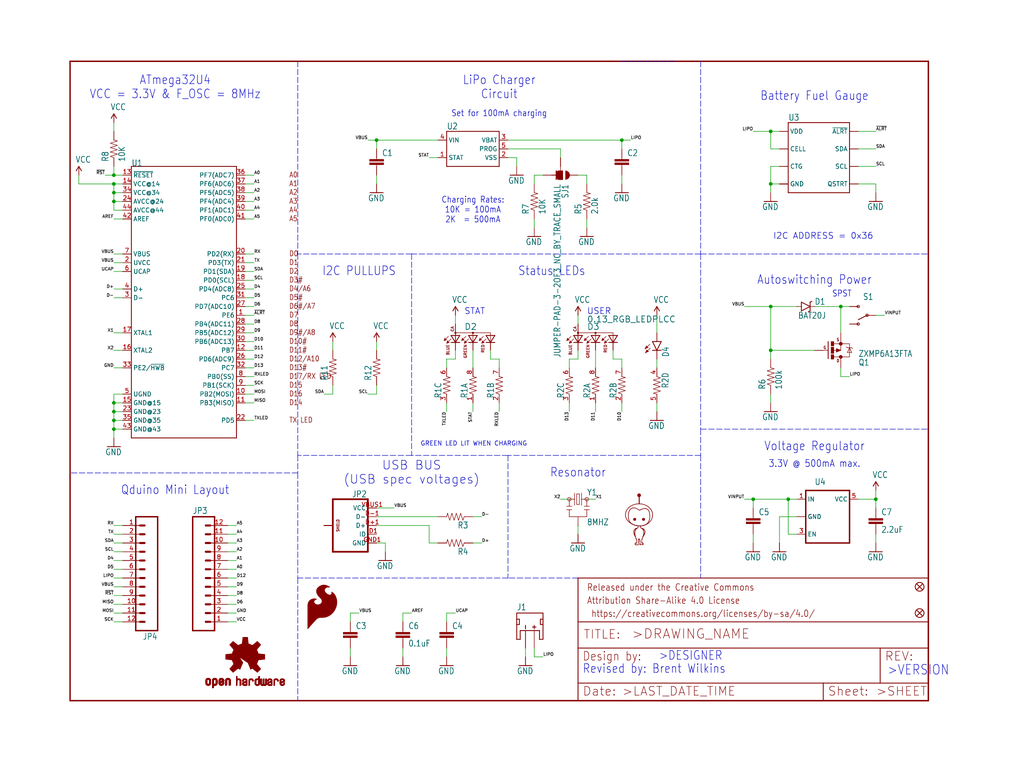
<source format=kicad_sch>
(kicad_sch (version 20211123) (generator eeschema)
  (paper "User" 297.002 223.926)
  (lib_symbols
    (symbol "eagleSchem-eagle-import:0.13_RGB_LEDPLCC"
      (property "Reference" "D" (at -2.54 3.302 0))
      (property "Value" "0.13_RGB_LEDPLCC" (at -2.54 5.461 0))
      (symbol "0.13_RGB_LEDPLCC_1_0"
        (text "BLUE" (at -7.747 -0.762 900) (effects (font (size 0.8128 0.8128)) (justify right top)))
        (text "CA" (at -5.461 2.794 900) (effects (font (size 0.8128 0.8128)) (justify left bottom)))
        (text "GREEN" (at -2.667 -0.762 900) (effects (font (size 0.8128 0.8128)) (justify right top)))
        (text "RED" (at 2.413 -0.762 900) (effects (font (size 0.8128 0.8128)) (justify right top)))
        (pin passive line (at 5.08 -2.54 90) (length 2.54) (name "RED") (number "1"))
        (pin passive line (at 0 -2.54 90) (length 2.54) (name "GREEN") (number "2"))
        (pin passive line (at -5.08 -2.54 90) (length 2.54) (name "BLUE") (number "3"))
        (pin passive line (at -5.08 5.08 270) (length 5.08) (name "ANODE") (number "4"))
      )
    )
    (symbol "eagleSchem-eagle-import:0.1UF-25V(+80{slash}-20%)(0603)"
      (property "Reference" "C" (at 1.524 2.921 0))
      (property "Value" "0.1UF-25V(+80{slash}-20%)(0603)" (at 1.524 -2.159 0))
      (symbol "0.1UF-25V(+80{slash}-20%)(0603)_1_0"
        (pin passive line (at 0 5.08 270) (length 2.54) (name "1") (number "1"))
        (pin passive line (at 0 -2.54 90) (length 2.54) (name "2") (number "2"))
      )
    )
    (symbol "eagleSchem-eagle-import:100KOHM-1{slash}10W-1%(0603)"
      (property "Reference" "R" (at -3.81 1.4986 0))
      (property "Value" "100KOHM-1{slash}10W-1%(0603)" (at -3.81 -3.302 0))
      (symbol "100KOHM-1{slash}10W-1%(0603)_1_0"
        (pin passive line (at -5.08 0 0) (length 2.54) (name "1") (number "1"))
        (pin passive line (at 5.08 0 180) (length 2.54) (name "2") (number "2"))
      )
    )
    (symbol "eagleSchem-eagle-import:10KOHM-1{slash}10W-1%(0603)0603"
      (property "Reference" "R" (at -3.81 1.4986 0))
      (property "Value" "10KOHM-1{slash}10W-1%(0603)0603" (at -3.81 -3.302 0))
      (symbol "10KOHM-1{slash}10W-1%(0603)0603_1_0"
        (pin passive line (at -5.08 0 0) (length 2.54) (name "1") (number "1"))
        (pin passive line (at 5.08 0 180) (length 2.54) (name "2") (number "2"))
      )
    )
    (symbol "eagleSchem-eagle-import:2.0KOHM1{slash}10W5%(0603)"
      (property "Reference" "R" (at -3.81 1.4986 0))
      (property "Value" "2.0KOHM1{slash}10W5%(0603)" (at -3.81 -3.302 0))
      (symbol "2.0KOHM1{slash}10W5%(0603)_1_0"
        (pin passive line (at -5.08 0 0) (length 2.54) (name "1") (number "1"))
        (pin passive line (at 5.08 0 180) (length 2.54) (name "2") (number "2"))
      )
    )
    (symbol "eagleSchem-eagle-import:2.2UF-10V-20%(0603)"
      (property "Reference" "C" (at 1.524 2.921 0))
      (property "Value" "2.2UF-10V-20%(0603)" (at 1.524 -2.159 0))
      (symbol "2.2UF-10V-20%(0603)_1_0"
        (pin passive line (at 0 5.08 270) (length 2.54) (name "1") (number "1"))
        (pin passive line (at 0 -2.54 90) (length 2.54) (name "2") (number "2"))
      )
    )
    (symbol "eagleSchem-eagle-import:ATMEGA32U41{colon}1-LESS_PASTE"
      (property "Value" "ATMEGA32U41{colon}1-LESS_PASTE" (at -15.24 -43.18 0))
      (symbol "ATMEGA32U41{colon}1-LESS_PASTE_1_0"
        (text "A0" (at 30.48 34.798 0) (effects (font (size 1.524 1.2954)) (justify left bottom)))
        (text "A1" (at 30.48 32.258 0) (effects (font (size 1.524 1.2954)) (justify left bottom)))
        (text "A2" (at 30.48 29.718 0) (effects (font (size 1.524 1.2954)) (justify left bottom)))
        (text "A3" (at 30.48 27.178 0) (effects (font (size 1.524 1.2954)) (justify left bottom)))
        (text "A4" (at 30.48 24.638 0) (effects (font (size 1.524 1.2954)) (justify left bottom)))
        (text "A5" (at 30.48 22.098 0) (effects (font (size 1.524 1.2954)) (justify left bottom)))
        (text "D0" (at 30.48 11.938 0) (effects (font (size 1.524 1.2954)) (justify left bottom)))
        (text "D1" (at 30.48 9.398 0) (effects (font (size 1.524 1.2954)) (justify left bottom)))
        (text "D10#" (at 30.48 -13.462 0) (effects (font (size 1.524 1.2954)) (justify left bottom)))
        (text "D11#" (at 30.48 -16.002 0) (effects (font (size 1.524 1.2954)) (justify left bottom)))
        (text "D12/A10" (at 30.48 -18.542 0) (effects (font (size 1.524 1.2954)) (justify left bottom)))
        (text "D13#" (at 30.48 -21.082 0) (effects (font (size 1.524 1.2954)) (justify left bottom)))
        (text "D14" (at 30.48 -31.242 0) (effects (font (size 1.524 1.2954)) (justify left bottom)))
        (text "D15" (at 30.48 -26.162 0) (effects (font (size 1.524 1.2954)) (justify left bottom)))
        (text "D16" (at 30.48 -28.702 0) (effects (font (size 1.524 1.2954)) (justify left bottom)))
        (text "D17/RX LED" (at 30.48 -23.622 0) (effects (font (size 1.524 1.2954)) (justify left bottom)))
        (text "D2" (at 30.48 6.858 0) (effects (font (size 1.524 1.2954)) (justify left bottom)))
        (text "D3#" (at 30.48 4.318 0) (effects (font (size 1.524 1.2954)) (justify left bottom)))
        (text "D4/A6" (at 30.48 1.778 0) (effects (font (size 1.524 1.2954)) (justify left bottom)))
        (text "D5#" (at 30.48 -0.762 0) (effects (font (size 1.524 1.2954)) (justify left bottom)))
        (text "D6#/A7" (at 30.48 -3.302 0) (effects (font (size 1.524 1.2954)) (justify left bottom)))
        (text "D7" (at 30.48 -5.842 0) (effects (font (size 1.524 1.2954)) (justify left bottom)))
        (text "D8" (at 30.48 -8.382 0) (effects (font (size 1.524 1.2954)) (justify left bottom)))
        (text "D9#/A8" (at 30.48 -10.922 0) (effects (font (size 1.524 1.2954)) (justify left bottom)))
        (text "TX LED" (at 30.48 -36.322 0) (effects (font (size 1.524 1.2954)) (justify left bottom)))
        (pin bidirectional line (at 17.78 -5.08 180) (length 2.54) (name "PE6") (number "1"))
        (pin bidirectional line (at 17.78 -27.94 180) (length 2.54) (name "PB2(MOSI)") (number "10"))
        (pin bidirectional line (at 17.78 -30.48 180) (length 2.54) (name "PB3(MISO)") (number "11"))
        (pin bidirectional line (at 17.78 -15.24 180) (length 2.54) (name "PB7") (number "12"))
        (pin bidirectional line (at -17.78 35.56 0) (length 2.54) (name "~{RESET}") (number "13"))
        (pin bidirectional line (at -17.78 33.02 0) (length 2.54) (name "VCC@14") (number "14"))
        (pin bidirectional line (at -17.78 -30.48 0) (length 2.54) (name "GND@15") (number "15"))
        (pin bidirectional line (at -17.78 -15.24 0) (length 2.54) (name "XTAL2") (number "16"))
        (pin bidirectional line (at -17.78 -10.16 0) (length 2.54) (name "XTAL1") (number "17"))
        (pin bidirectional line (at 17.78 5.08 180) (length 2.54) (name "PD0(SCL)") (number "18"))
        (pin bidirectional line (at 17.78 7.62 180) (length 2.54) (name "PD1(SDA)") (number "19"))
        (pin bidirectional line (at -17.78 10.16 0) (length 2.54) (name "UVCC") (number "2"))
        (pin bidirectional line (at 17.78 12.7 180) (length 2.54) (name "PD2(RX)") (number "20"))
        (pin bidirectional line (at 17.78 10.16 180) (length 2.54) (name "PD3(TX)") (number "21"))
        (pin bidirectional line (at 17.78 -35.56 180) (length 2.54) (name "PD5") (number "22"))
        (pin bidirectional line (at -17.78 -33.02 0) (length 2.54) (name "GND@23") (number "23"))
        (pin bidirectional line (at -17.78 27.94 0) (length 2.54) (name "AVCC@24") (number "24"))
        (pin bidirectional line (at 17.78 2.54 180) (length 2.54) (name "PD4(ADC8)") (number "25"))
        (pin bidirectional line (at 17.78 -17.78 180) (length 2.54) (name "PD6(ADC9)") (number "26"))
        (pin bidirectional line (at 17.78 -2.54 180) (length 2.54) (name "PD7(ADC10)") (number "27"))
        (pin bidirectional line (at 17.78 -7.62 180) (length 2.54) (name "PB4(ADC11)") (number "28"))
        (pin bidirectional line (at 17.78 -10.16 180) (length 2.54) (name "PB5(ADC12)") (number "29"))
        (pin bidirectional line (at -17.78 0 0) (length 2.54) (name "D-") (number "3"))
        (pin bidirectional line (at 17.78 -12.7 180) (length 2.54) (name "PB6(ADC13)") (number "30"))
        (pin bidirectional line (at 17.78 0 180) (length 2.54) (name "PC6") (number "31"))
        (pin bidirectional line (at 17.78 -20.32 180) (length 2.54) (name "PC7") (number "32"))
        (pin bidirectional line (at -17.78 -20.32 0) (length 2.54) (name "PE2/~{HWB}") (number "33"))
        (pin bidirectional line (at -17.78 30.48 0) (length 2.54) (name "VCC@34") (number "34"))
        (pin bidirectional line (at -17.78 -35.56 0) (length 2.54) (name "GND@35") (number "35"))
        (pin bidirectional line (at 17.78 35.56 180) (length 2.54) (name "PF7(ADC7)") (number "36"))
        (pin bidirectional line (at 17.78 33.02 180) (length 2.54) (name "PF6(ADC6)") (number "37"))
        (pin bidirectional line (at 17.78 30.48 180) (length 2.54) (name "PF5(ADC5)") (number "38"))
        (pin bidirectional line (at 17.78 27.94 180) (length 2.54) (name "PF4(ADC4)") (number "39"))
        (pin bidirectional line (at -17.78 2.54 0) (length 2.54) (name "D+") (number "4"))
        (pin bidirectional line (at 17.78 25.4 180) (length 2.54) (name "PF1(ADC1)") (number "40"))
        (pin bidirectional line (at 17.78 22.86 180) (length 2.54) (name "PF0(ADC0)") (number "41"))
        (pin bidirectional line (at -17.78 22.86 0) (length 2.54) (name "AREF") (number "42"))
        (pin bidirectional line (at -17.78 -38.1 0) (length 2.54) (name "GND@43") (number "43"))
        (pin bidirectional line (at -17.78 25.4 0) (length 2.54) (name "AVCC@44") (number "44"))
        (pin bidirectional line (at -17.78 -27.94 0) (length 2.54) (name "UGND") (number "5"))
        (pin bidirectional line (at -17.78 7.62 0) (length 2.54) (name "UCAP") (number "6"))
        (pin bidirectional line (at -17.78 12.7 0) (length 2.54) (name "VBUS") (number "7"))
        (pin bidirectional line (at 17.78 -22.86 180) (length 2.54) (name "PB0(SS)") (number "8"))
        (pin bidirectional line (at 17.78 -25.4 180) (length 2.54) (name "PB1(SCK)") (number "9"))
      )
    )
    (symbol "eagleSchem-eagle-import:CAP0603-CAP"
      (property "Reference" "C" (at 1.524 2.921 0))
      (property "Value" "CAP0603-CAP" (at 1.524 -2.159 0))
      (symbol "CAP0603-CAP_1_0"
        (pin passive line (at 0 5.08 270) (length 2.54) (name "1") (number "1"))
        (pin passive line (at 0 -2.54 90) (length 2.54) (name "2") (number "2"))
      )
    )
    (symbol "eagleSchem-eagle-import:DIODE-SCHOTTKY-BAT20J"
      (property "Reference" "D" (at 2.54 0.4826 0))
      (property "Value" "DIODE-SCHOTTKY-BAT20J" (at 2.54 -2.3114 0))
      (symbol "DIODE-SCHOTTKY-BAT20J_1_0"
        (pin passive line (at -2.54 0 0) (length 0) (name "A") (number "A"))
        (pin passive line (at 2.54 0 180) (length 0) (name "C") (number "C"))
      )
    )
    (symbol "eagleSchem-eagle-import:FIDUCIALUFIDUCIAL")
    (symbol "eagleSchem-eagle-import:FRAME-LETTER"
      (symbol "FRAME-LETTER_2_0"
        (text " https://creativecommons.org/licenses/by-sa/4.0/" (at 2.54 24.13 0) (effects (font (size 1.9304 1.6408)) (justify left bottom)))
        (text ">DRAWING_NAME" (at 15.494 17.78 0) (effects (font (size 2.7432 2.7432)) (justify left bottom)))
        (text ">LAST_DATE_TIME" (at 12.7 1.27 0) (effects (font (size 2.54 2.54)) (justify left bottom)))
        (text ">SHEET" (at 86.36 1.27 0) (effects (font (size 2.54 2.54)) (justify left bottom)))
        (text "Attribution Share-Alike 4.0 License" (at 2.54 27.94 0) (effects (font (size 1.9304 1.6408)) (justify left bottom)))
        (text "Date:" (at 1.27 1.27 0) (effects (font (size 2.54 2.54)) (justify left bottom)))
        (text "Design by:" (at 1.27 11.43 0) (effects (font (size 2.54 2.159)) (justify left bottom)))
        (text "Released under the Creative Commons" (at 2.54 31.75 0) (effects (font (size 1.9304 1.6408)) (justify left bottom)))
        (text "REV:" (at 88.9 11.43 0) (effects (font (size 2.54 2.54)) (justify left bottom)))
        (text "Sheet:" (at 72.39 1.27 0) (effects (font (size 2.54 2.54)) (justify left bottom)))
        (text "TITLE:" (at 1.524 17.78 0) (effects (font (size 2.54 2.54)) (justify left bottom)))
      )
    )
    (symbol "eagleSchem-eagle-import:GND" (power)
      (property "Value" "GND" (at -2.54 -2.54 0))
      (symbol "GND_1_0"
        (pin power_in line (at 0 2.54 270) (length 2.54) (name "GND") (number "1"))
      )
    )
    (symbol "eagleSchem-eagle-import:JST_2MM_MALE"
      (property "Reference" "J" (at -2.54 5.842 0))
      (symbol "JST_2MM_MALE_1_0"
        (pin bidirectional line (at 0 -5.08 90) (length 5.08) (name "-") (number "1"))
        (pin bidirectional line (at 2.54 -5.08 90) (length 5.08) (name "+") (number "2"))
        (pin bidirectional line (at -2.54 2.54 90) (length 0) (name "PAD1") (number "NC1"))
        (pin bidirectional line (at 5.08 2.54 90) (length 0) (name "PAD2") (number "NC2"))
      )
    )
    (symbol "eagleSchem-eagle-import:JUMPER-PAD-3-2OF3_NC_BY_TRACE_SMALL"
      (property "Reference" "SJ" (at 2.54 0.381 0))
      (property "Value" "JUMPER-PAD-3-2OF3_NC_BY_TRACE_SMALL" (at 2.54 -1.905 0))
      (symbol "JUMPER-PAD-3-2OF3_NC_BY_TRACE_SMALL_1_0"
        (pin passive line (at 0 5.08 270) (length 2.54) (name "1") (number "1"))
        (pin passive line (at -5.08 0 0) (length 2.54) (name "2") (number "2"))
        (pin passive line (at 0 -5.08 90) (length 2.54) (name "3") (number "3"))
      )
    )
    (symbol "eagleSchem-eagle-import:LDO-TPS78233"
      (property "Reference" "U" (at -5.08 9.144 0))
      (property "Value" "LDO-TPS78233" (at -10.16 -11.43 0))
      (symbol "LDO-TPS78233_1_0"
        (pin input line (at -10.16 5.08 0) (length 2.54) (name "IN") (number "1"))
        (pin input line (at -10.16 0 0) (length 2.54) (name "GND") (number "2"))
        (pin input line (at -10.16 -5.08 0) (length 2.54) (name "EN") (number "3"))
        (pin input line (at -10.16 0 0) (length 2.54) (name "GND") (number "4"))
        (pin power_in line (at 7.62 5.08 180) (length 2.54) (name "VCC") (number "5"))
      )
    )
    (symbol "eagleSchem-eagle-import:LED-GREEN0603"
      (property "Reference" "D" (at 3.556 -4.572 90))
      (property "Value" "LED-GREEN0603" (at 5.715 -4.572 90))
      (symbol "LED-GREEN0603_1_0"
        (pin passive line (at 0 2.54 270) (length 2.54) (name "A") (number "A"))
        (pin passive line (at 0 -5.08 90) (length 2.54) (name "C") (number "C"))
      )
    )
    (symbol "eagleSchem-eagle-import:M12PTH"
      (property "Reference" "JP" (at 0 16.002 0))
      (property "Value" "M12PTH" (at 0 -20.32 0))
      (symbol "M12PTH_1_0"
        (pin passive line (at 10.16 -15.24 180) (length 5.08) (name "1") (number "1"))
        (pin passive line (at 10.16 7.62 180) (length 5.08) (name "10") (number "10"))
        (pin passive line (at 10.16 10.16 180) (length 5.08) (name "11") (number "11"))
        (pin passive line (at 10.16 12.7 180) (length 5.08) (name "12") (number "12"))
        (pin passive line (at 10.16 -12.7 180) (length 5.08) (name "2") (number "2"))
        (pin passive line (at 10.16 -10.16 180) (length 5.08) (name "3") (number "3"))
        (pin passive line (at 10.16 -7.62 180) (length 5.08) (name "4") (number "4"))
        (pin passive line (at 10.16 -5.08 180) (length 5.08) (name "5") (number "5"))
        (pin passive line (at 10.16 -2.54 180) (length 5.08) (name "6") (number "6"))
        (pin passive line (at 10.16 0 180) (length 5.08) (name "7") (number "7"))
        (pin passive line (at 10.16 2.54 180) (length 5.08) (name "8") (number "8"))
        (pin passive line (at 10.16 5.08 180) (length 5.08) (name "9") (number "9"))
      )
    )
    (symbol "eagleSchem-eagle-import:MAX17048DFN8"
      (property "Value" "MAX17048DFN8" (at -10.16 -12.7 0))
      (symbol "MAX17048DFN8_1_0"
        (pin input line (at -12.7 -2.54 0) (length 2.54) (name "CTG") (number "P$1"))
        (pin input line (at -12.7 2.54 0) (length 2.54) (name "CELL") (number "P$2"))
        (pin bidirectional line (at -12.7 7.62 0) (length 2.54) (name "VDD") (number "P$3"))
        (pin bidirectional line (at -12.7 -7.62 0) (length 2.54) (name "GND") (number "P$4"))
        (pin bidirectional line (at 10.16 7.62 180) (length 2.54) (name "~{ALRT}") (number "P$5"))
        (pin bidirectional line (at 10.16 -7.62 180) (length 2.54) (name "QSTRT") (number "P$6"))
        (pin output line (at 10.16 -2.54 180) (length 2.54) (name "SCL") (number "P$7"))
        (pin input line (at 10.16 2.54 180) (length 2.54) (name "SDA") (number "P$8"))
        (pin bidirectional line (at -12.7 -7.62 0) (length 2.54) (name "GND") (number "P$9"))
      )
    )
    (symbol "eagleSchem-eagle-import:MCP73831"
      (property "Value" "MCP73831" (at -7.62 -7.62 0))
      (symbol "MCP73831_1_0"
        (pin output line (at -10.16 -2.54 0) (length 2.54) (name "STAT") (number "1"))
        (pin power_in line (at 10.16 -2.54 180) (length 2.54) (name "VSS") (number "2"))
        (pin power_in line (at 10.16 2.54 180) (length 2.54) (name "VBAT") (number "3"))
        (pin power_in line (at -10.16 2.54 0) (length 2.54) (name "VIN") (number "4"))
        (pin input line (at 10.16 0 180) (length 2.54) (name "PROG") (number "5"))
      )
    )
    (symbol "eagleSchem-eagle-import:MIGHTYQ-L-SILK")
    (symbol "eagleSchem-eagle-import:MOSFET-PCHANNEL"
      (property "Reference" "Q" (at 5.08 2.54 0))
      (property "Value" "MOSFET-PCHANNEL" (at 5.08 0 0))
      (symbol "MOSFET-PCHANNEL_1_0"
        (text "D" (at -1.27 2.54 0) (effects (font (size 0.8128 0.6908)) (justify left bottom)))
        (text "G" (at -5.08 -1.27 0) (effects (font (size 0.8128 0.6908)) (justify left bottom)))
        (text "S" (at -1.27 -3.556 0) (effects (font (size 0.8128 0.6908)) (justify left bottom)))
        (pin passive line (at -7.62 0 0) (length 2.54) (name "G") (number "1"))
        (pin passive line (at 0 -5.08 90) (length 2.54) (name "S") (number "2"))
        (pin passive line (at 0 5.08 270) (length 2.54) (name "D") (number "3"))
      )
    )
    (symbol "eagleSchem-eagle-import:OSHW-LOGOS")
    (symbol "eagleSchem-eagle-import:RESISTOR-ARRAY0603-ARV"
      (property "Reference" "R" (at -3.81 1.4986 0))
      (property "Value" "RESISTOR-ARRAY0603-ARV" (at -3.81 -3.302 0))
      (symbol "RESISTOR-ARRAY0603-ARV_1_0"
        (pin passive line (at -5.08 0 0) (length 2.54) (name "1") (number "1"))
        (pin passive line (at 5.08 0 180) (length 2.54) (name "2") (number "8"))
      )
      (symbol "RESISTOR-ARRAY0603-ARV_2_0"
        (pin passive line (at -5.08 0 0) (length 2.54) (name "1") (number "2"))
        (pin passive line (at 5.08 0 180) (length 2.54) (name "2") (number "7"))
      )
      (symbol "RESISTOR-ARRAY0603-ARV_3_0"
        (pin passive line (at -5.08 0 0) (length 2.54) (name "1") (number "3"))
        (pin passive line (at 5.08 0 180) (length 2.54) (name "2") (number "6"))
      )
      (symbol "RESISTOR-ARRAY0603-ARV_4_0"
        (pin passive line (at -5.08 0 0) (length 2.54) (name "1") (number "4"))
        (pin passive line (at 5.08 0 180) (length 2.54) (name "2") (number "5"))
      )
    )
    (symbol "eagleSchem-eagle-import:RESISTOR0603"
      (property "Reference" "R" (at -3.81 1.4986 0))
      (property "Value" "RESISTOR0603" (at -3.81 -3.302 0))
      (symbol "RESISTOR0603_1_0"
        (pin passive line (at -5.08 0 0) (length 2.54) (name "1") (number "1"))
        (pin passive line (at 5.08 0 180) (length 2.54) (name "2") (number "2"))
      )
    )
    (symbol "eagleSchem-eagle-import:RESISTOR0603-RES"
      (property "Reference" "R" (at -3.81 1.4986 0))
      (property "Value" "RESISTOR0603-RES" (at -3.81 -3.302 0))
      (symbol "RESISTOR0603-RES_1_0"
        (pin passive line (at -5.08 0 0) (length 2.54) (name "1") (number "1"))
        (pin passive line (at 5.08 0 180) (length 2.54) (name "2") (number "2"))
      )
    )
    (symbol "eagleSchem-eagle-import:RESONATOR8MHZ"
      (property "Reference" "Y" (at 2.54 1.016 0))
      (property "Value" "RESONATOR8MHZ" (at 2.54 -7.62 0))
      (symbol "RESONATOR8MHZ_1_0"
        (pin passive line (at -2.54 0 0) (length 0) (name "1") (number "1"))
        (pin passive line (at 0 -7.62 90) (length 0) (name "2") (number "2"))
        (pin passive line (at 2.54 0 180) (length 0) (name "3") (number "3"))
      )
    )
    (symbol "eagleSchem-eagle-import:SFE_LOGO_FLAME.1_INCH")
    (symbol "eagleSchem-eagle-import:SWITCH-SPDT-SMD-A"
      (property "Reference" "S" (at -1.905 -6.35 0))
      (property "Value" "SWITCH-SPDT-SMD-A" (at -2.54 3.81 0))
      (symbol "SWITCH-SPDT-SMD-A_1_0"
        (pin passive line (at 5.08 2.54 180) (length 2.54) (name "O") (number "1"))
        (pin passive line (at -2.54 0 0) (length 2.54) (name "P") (number "2"))
        (pin passive line (at 5.08 -2.54 180) (length 2.54) (name "S") (number "3"))
      )
    )
    (symbol "eagleSchem-eagle-import:USB_MICROB_PLUGCONN-11752"
      (property "Reference" "JP" (at -4.826 8.128 0))
      (property "Value" "USB_MICROB_PLUGCONN-11752" (at -5.08 -9.906 0))
      (symbol "USB_MICROB_PLUGCONN-11752_1_0"
        (text "SHIELD" (at 4.064 0 900) (effects (font (size 0.8128 0.6908)) (justify bottom)))
        (pin bidirectional line (at -7.62 0 0) (length 2.54) (name "D+") (number "D+1"))
        (pin bidirectional line (at -7.62 2.54 0) (length 2.54) (name "D-") (number "D-1"))
        (pin bidirectional line (at -7.62 -5.08 0) (length 2.54) (name "GND") (number "GND1"))
        (pin bidirectional line (at -7.62 -2.54 0) (length 2.54) (name "ID") (number "ID1"))
        (pin bidirectional line (at 7.62 0 180) (length 2.54) (name "SHIELD") (number "SHIELD1"))
        (pin bidirectional line (at 7.62 0 180) (length 2.54) (name "SHIELD") (number "SHIELD2"))
        (pin bidirectional line (at 7.62 0 180) (length 2.54) (name "SHIELD") (number "SHIELD3"))
        (pin bidirectional line (at -7.62 5.08 0) (length 2.54) (name "VCC") (number "VBUS1"))
      )
    )
    (symbol "eagleSchem-eagle-import:VCC" (power)
      (property "Value" "VCC" (at -1.016 3.556 0))
      (symbol "VCC_1_0"
        (pin power_in line (at 0 0 90) (length 2.54) (name "VCC") (number "1"))
      )
    )
  )
  (junction (at 223.52 53.34))
  (junction (at 243.84 88.9))
  (junction (at 33.02 124.46))
  (junction (at 223.52 38.1))
  (junction (at 33.02 50.8))
  (junction (at 33.02 116.84))
  (junction (at 33.02 55.88))
  (junction (at 33.02 121.92))
  (junction (at 223.52 101.6))
  (junction (at 33.02 53.34))
  (junction (at 33.02 58.42))
  (junction (at 223.52 88.9))
  (junction (at 218.44 144.78))
  (junction (at 33.02 119.38))
  (junction (at 254 144.78))
  (junction (at 180.34 40.64))
  (junction (at 109.22 40.64))
  (junction (at 228.6 144.78))
  (wire (pts (xy 167.64 152.4) (xy 167.64 154.94)))
  (wire (pts (xy 119.38 177.8) (xy 116.84 177.8)))
  (wire (pts (xy 223.52 38.1) (xy 218.44 38.1)))
  (wire (pts (xy 127 149.86) (xy 109.22 149.86)))
  (wire (pts (xy 35.56 157.48) (xy 33.02 157.48)))
  (wire (pts (xy 111.76 157.48) (xy 111.76 160.02)))
  (wire (pts (xy 71.12 116.84) (xy 73.66 116.84)))
  (wire (pts (xy 33.02 58.42) (xy 35.56 58.42)))
  (wire (pts (xy 33.02 160.02) (xy 35.56 160.02)))
  (wire (pts (xy 167.64 101.6) (xy 167.64 104.14)))
  (wire (pts (xy 71.12 86.36) (xy 73.66 86.36)))
  (wire (pts (xy 66.04 167.64) (xy 68.58 167.64)))
  (wire (pts (xy 71.12 60.96) (xy 73.66 60.96)))
  (wire (pts (xy 33.02 170.18) (xy 35.56 170.18)))
  (wire (pts (xy 116.84 190.5) (xy 116.84 187.96)))
  (wire (pts (xy 124.46 152.4) (xy 109.22 152.4)))
  (wire (pts (xy 144.78 106.68) (xy 144.78 104.14)))
  (wire (pts (xy 73.66 99.06) (xy 71.12 99.06)))
  (wire (pts (xy 152.4 190.5) (xy 152.4 187.96)))
  (wire (pts (xy 35.56 96.52) (xy 33.02 96.52)))
  (wire (pts (xy 71.12 53.34) (xy 73.66 53.34)))
  (wire (pts (xy 96.52 99.06) (xy 96.52 101.6)))
  (polyline (pts (xy 203.2 124.46) (xy 269.24 124.46)))
  (wire (pts (xy 33.02 101.6) (xy 35.56 101.6)))
  (wire (pts (xy 71.12 83.82) (xy 73.66 83.82)))
  (wire (pts (xy 248.92 38.1) (xy 254 38.1)))
  (wire (pts (xy 172.72 101.6) (xy 172.72 106.68)))
  (wire (pts (xy 254 144.78) (xy 254 147.32)))
  (wire (pts (xy 111.76 157.48) (xy 109.22 157.48)))
  (wire (pts (xy 132.08 104.14) (xy 129.54 104.14)))
  (polyline (pts (xy 203.2 124.46) (xy 203.2 132.08)))
  (polyline (pts (xy 147.32 167.64) (xy 86.36 167.64)))
  (wire (pts (xy 167.64 104.14) (xy 165.1 104.14)))
  (wire (pts (xy 109.22 111.76) (xy 109.22 114.3)))
  (wire (pts (xy 172.72 116.84) (xy 172.72 119.38)))
  (wire (pts (xy 33.02 127) (xy 33.02 124.46)))
  (wire (pts (xy 162.56 43.18) (xy 162.56 45.72)))
  (polyline (pts (xy 203.2 132.08) (xy 147.32 132.08)))
  (wire (pts (xy 73.66 111.76) (xy 71.12 111.76)))
  (wire (pts (xy 180.34 104.14) (xy 180.34 106.68)))
  (wire (pts (xy 33.02 154.94) (xy 35.56 154.94)))
  (wire (pts (xy 190.5 116.84) (xy 190.5 119.38)))
  (wire (pts (xy 137.16 116.84) (xy 137.16 119.38)))
  (wire (pts (xy 170.18 144.78) (xy 172.72 144.78)))
  (wire (pts (xy 226.06 48.26) (xy 223.52 48.26)))
  (wire (pts (xy 157.48 50.8) (xy 154.94 50.8)))
  (polyline (pts (xy 86.36 137.16) (xy 86.36 167.64)))
  (wire (pts (xy 35.56 83.82) (xy 33.02 83.82)))
  (wire (pts (xy 33.02 58.42) (xy 33.02 60.96)))
  (wire (pts (xy 177.8 104.14) (xy 180.34 104.14)))
  (wire (pts (xy 33.02 106.68) (xy 35.56 106.68)))
  (wire (pts (xy 165.1 144.78) (xy 162.56 144.78)))
  (wire (pts (xy 66.04 157.48) (xy 68.58 157.48)))
  (wire (pts (xy 35.56 121.92) (xy 33.02 121.92)))
  (wire (pts (xy 223.52 43.18) (xy 226.06 43.18)))
  (wire (pts (xy 71.12 55.88) (xy 73.66 55.88)))
  (polyline (pts (xy 86.36 132.08) (xy 86.36 137.16)))
  (wire (pts (xy 223.52 53.34) (xy 226.06 53.34)))
  (wire (pts (xy 73.66 109.22) (xy 71.12 109.22)))
  (wire (pts (xy 66.04 172.72) (xy 68.58 172.72)))
  (wire (pts (xy 254 142.24) (xy 254 144.78)))
  (wire (pts (xy 147.32 40.64) (xy 180.34 40.64)))
  (wire (pts (xy 243.84 96.52) (xy 243.84 88.9)))
  (wire (pts (xy 154.94 66.04) (xy 154.94 63.5)))
  (wire (pts (xy 66.04 180.34) (xy 68.58 180.34)))
  (wire (pts (xy 132.08 93.98) (xy 132.08 91.44)))
  (wire (pts (xy 142.24 101.6) (xy 142.24 104.14)))
  (wire (pts (xy 223.52 88.9) (xy 223.52 101.6)))
  (wire (pts (xy 231.14 154.94) (xy 228.6 154.94)))
  (wire (pts (xy 35.56 152.4) (xy 33.02 152.4)))
  (wire (pts (xy 167.64 93.98) (xy 167.64 91.44)))
  (wire (pts (xy 33.02 165.1) (xy 35.56 165.1)))
  (wire (pts (xy 35.56 114.3) (xy 33.02 114.3)))
  (wire (pts (xy 109.22 43.18) (xy 109.22 40.64)))
  (wire (pts (xy 33.02 55.88) (xy 33.02 58.42)))
  (wire (pts (xy 218.44 144.78) (xy 215.9 144.78)))
  (wire (pts (xy 226.06 149.86) (xy 226.06 157.48)))
  (wire (pts (xy 129.54 177.8) (xy 129.54 180.34)))
  (wire (pts (xy 180.34 43.18) (xy 180.34 40.64)))
  (wire (pts (xy 254 91.44) (xy 256.54 91.44)))
  (wire (pts (xy 231.14 88.9) (xy 223.52 88.9)))
  (wire (pts (xy 190.5 106.68) (xy 190.5 104.14)))
  (wire (pts (xy 254 157.48) (xy 254 154.94)))
  (polyline (pts (xy 86.36 137.16) (xy 20.32 137.16)))
  (wire (pts (xy 248.92 43.18) (xy 254 43.18)))
  (wire (pts (xy 109.22 53.34) (xy 109.22 50.8)))
  (wire (pts (xy 165.1 104.14) (xy 165.1 106.68)))
  (wire (pts (xy 33.02 116.84) (xy 33.02 114.3)))
  (wire (pts (xy 236.22 88.9) (xy 243.84 88.9)))
  (wire (pts (xy 223.52 88.9) (xy 215.9 88.9)))
  (wire (pts (xy 142.24 104.14) (xy 144.78 104.14)))
  (polyline (pts (xy 86.36 73.66) (xy 86.36 132.08)))
  (wire (pts (xy 137.16 149.86) (xy 139.7 149.86)))
  (wire (pts (xy 35.56 55.88) (xy 33.02 55.88)))
  (wire (pts (xy 71.12 96.52) (xy 73.66 96.52)))
  (polyline (pts (xy 203.2 132.08) (xy 203.2 167.64)))
  (wire (pts (xy 190.5 91.44) (xy 190.5 96.52)))
  (wire (pts (xy 101.6 190.5) (xy 101.6 187.96)))
  (wire (pts (xy 33.02 76.2) (xy 35.56 76.2)))
  (wire (pts (xy 223.52 55.88) (xy 223.52 53.34)))
  (wire (pts (xy 129.54 104.14) (xy 129.54 106.68)))
  (wire (pts (xy 71.12 91.44) (xy 73.66 91.44)))
  (wire (pts (xy 114.3 147.32) (xy 109.22 147.32)))
  (wire (pts (xy 73.66 73.66) (xy 71.12 73.66)))
  (wire (pts (xy 96.52 114.3) (xy 93.98 114.3)))
  (wire (pts (xy 137.16 101.6) (xy 137.16 106.68)))
  (wire (pts (xy 236.22 101.6) (xy 223.52 101.6)))
  (wire (pts (xy 33.02 35.56) (xy 33.02 38.1)))
  (wire (pts (xy 35.56 180.34) (xy 33.02 180.34)))
  (wire (pts (xy 231.14 144.78) (xy 228.6 144.78)))
  (wire (pts (xy 73.66 104.14) (xy 71.12 104.14)))
  (wire (pts (xy 226.06 38.1) (xy 223.52 38.1)))
  (wire (pts (xy 139.7 157.48) (xy 137.16 157.48)))
  (wire (pts (xy 33.02 177.8) (xy 35.56 177.8)))
  (wire (pts (xy 248.92 53.34) (xy 254 53.34)))
  (wire (pts (xy 180.34 116.84) (xy 180.34 119.38)))
  (wire (pts (xy 35.56 162.56) (xy 33.02 162.56)))
  (wire (pts (xy 127 45.72) (xy 124.46 45.72)))
  (wire (pts (xy 35.56 119.38) (xy 33.02 119.38)))
  (wire (pts (xy 66.04 152.4) (xy 68.58 152.4)))
  (wire (pts (xy 33.02 124.46) (xy 33.02 121.92)))
  (wire (pts (xy 22.86 50.8) (xy 22.86 53.34)))
  (wire (pts (xy 243.84 106.68) (xy 243.84 109.22)))
  (wire (pts (xy 35.56 78.74) (xy 33.02 78.74)))
  (wire (pts (xy 71.12 50.8) (xy 73.66 50.8)))
  (polyline (pts (xy 86.36 167.64) (xy 86.36 203.2)))
  (wire (pts (xy 66.04 170.18) (xy 68.58 170.18)))
  (wire (pts (xy 35.56 172.72) (xy 33.02 172.72)))
  (wire (pts (xy 180.34 40.64) (xy 182.88 40.64)))
  (polyline (pts (xy 203.2 73.66) (xy 203.2 124.46)))
  (wire (pts (xy 132.08 101.6) (xy 132.08 104.14)))
  (wire (pts (xy 223.52 48.26) (xy 223.52 53.34)))
  (wire (pts (xy 33.02 50.8) (xy 30.48 50.8)))
  (wire (pts (xy 180.34 53.34) (xy 180.34 50.8)))
  (wire (pts (xy 243.84 109.22) (xy 246.38 109.22)))
  (wire (pts (xy 33.02 53.34) (xy 33.02 55.88)))
  (wire (pts (xy 35.56 116.84) (xy 33.02 116.84)))
  (wire (pts (xy 71.12 63.5) (xy 73.66 63.5)))
  (wire (pts (xy 116.84 177.8) (xy 116.84 180.34)))
  (wire (pts (xy 109.22 114.3) (xy 106.68 114.3)))
  (wire (pts (xy 71.12 101.6) (xy 73.66 101.6)))
  (wire (pts (xy 170.18 50.8) (xy 170.18 53.34)))
  (wire (pts (xy 106.68 40.64) (xy 109.22 40.64)))
  (polyline (pts (xy 180.34 17.78) (xy 195.58 17.78)))
  (wire (pts (xy 71.12 106.68) (xy 73.66 106.68)))
  (wire (pts (xy 218.44 144.78) (xy 218.44 147.32)))
  (wire (pts (xy 96.52 111.76) (xy 96.52 114.3)))
  (wire (pts (xy 248.92 144.78) (xy 254 144.78)))
  (wire (pts (xy 228.6 144.78) (xy 218.44 144.78)))
  (wire (pts (xy 71.12 78.74) (xy 73.66 78.74)))
  (polyline (pts (xy 203.2 73.66) (xy 269.24 73.66)))
  (wire (pts (xy 33.02 119.38) (xy 33.02 116.84)))
  (polyline (pts (xy 147.32 132.08) (xy 119.38 132.08)))
  (wire (pts (xy 147.32 45.72) (xy 149.86 45.72)))
  (wire (pts (xy 124.46 157.48) (xy 124.46 152.4)))
  (wire (pts (xy 35.56 73.66) (xy 33.02 73.66)))
  (wire (pts (xy 254 53.34) (xy 254 55.88)))
  (wire (pts (xy 35.56 175.26) (xy 33.02 175.26)))
  (wire (pts (xy 35.56 124.46) (xy 33.02 124.46)))
  (wire (pts (xy 71.12 114.3) (xy 73.66 114.3)))
  (wire (pts (xy 154.94 190.5) (xy 157.48 190.5)))
  (polyline (pts (xy 119.38 132.08) (xy 86.36 132.08)))
  (wire (pts (xy 66.04 165.1) (xy 68.58 165.1)))
  (wire (pts (xy 129.54 116.84) (xy 129.54 119.38)))
  (wire (pts (xy 167.64 50.8) (xy 170.18 50.8)))
  (wire (pts (xy 66.04 175.26) (xy 68.58 175.26)))
  (wire (pts (xy 66.04 162.56) (xy 68.58 162.56)))
  (wire (pts (xy 73.66 76.2) (xy 71.12 76.2)))
  (wire (pts (xy 154.94 190.5) (xy 154.94 187.96)))
  (wire (pts (xy 73.66 58.42) (xy 71.12 58.42)))
  (wire (pts (xy 22.86 53.34) (xy 33.02 53.34)))
  (polyline (pts (xy 119.38 73.66) (xy 119.38 132.08)))
  (wire (pts (xy 66.04 154.94) (xy 68.58 154.94)))
  (wire (pts (xy 33.02 86.36) (xy 35.56 86.36)))
  (wire (pts (xy 66.04 160.02) (xy 68.58 160.02)))
  (wire (pts (xy 71.12 88.9) (xy 73.66 88.9)))
  (polyline (pts (xy 203.2 73.66) (xy 119.38 73.66)))
  (wire (pts (xy 101.6 177.8) (xy 104.14 177.8)))
  (wire (pts (xy 170.18 66.04) (xy 170.18 63.5)))
  (polyline (pts (xy 119.38 73.66) (xy 86.36 73.66)))
  (wire (pts (xy 248.92 48.26) (xy 254 48.26)))
  (wire (pts (xy 246.38 88.9) (xy 243.84 88.9)))
  (wire (pts (xy 33.02 50.8) (xy 33.02 48.26)))
  (wire (pts (xy 223.52 101.6) (xy 223.52 104.14)))
  (wire (pts (xy 35.56 50.8) (xy 33.02 50.8)))
  (wire (pts (xy 165.1 116.84) (xy 165.1 119.38)))
  (wire (pts (xy 127 157.48) (xy 124.46 157.48)))
  (wire (pts (xy 223.52 116.84) (xy 223.52 114.3)))
  (wire (pts (xy 71.12 121.92) (xy 73.66 121.92)))
  (wire (pts (xy 177.8 101.6) (xy 177.8 104.14)))
  (wire (pts (xy 33.02 53.34) (xy 35.56 53.34)))
  (wire (pts (xy 109.22 99.06) (xy 109.22 101.6)))
  (wire (pts (xy 231.14 149.86) (xy 226.06 149.86)))
  (wire (pts (xy 149.86 45.72) (xy 149.86 48.26)))
  (wire (pts (xy 228.6 154.94) (xy 228.6 144.78)))
  (wire (pts (xy 154.94 50.8) (xy 154.94 53.34)))
  (wire (pts (xy 144.78 116.84) (xy 144.78 119.38)))
  (wire (pts (xy 33.02 60.96) (xy 35.56 60.96)))
  (polyline (pts (xy 203.2 17.78) (xy 203.2 73.66)))
  (polyline (pts (xy 167.64 167.64) (xy 147.32 167.64)))
  (wire (pts (xy 71.12 93.98) (xy 73.66 93.98)))
  (wire (pts (xy 35.56 167.64) (xy 33.02 167.64)))
  (wire (pts (xy 129.54 190.5) (xy 129.54 187.96)))
  (wire (pts (xy 218.44 157.48) (xy 218.44 154.94)))
  (wire (pts (xy 35.56 63.5) (xy 33.02 63.5)))
  (wire (pts (xy 71.12 81.28) (xy 73.66 81.28)))
  (wire (pts (xy 33.02 121.92) (xy 33.02 119.38)))
  (wire (pts (xy 109.22 40.64) (xy 127 40.64)))
  (wire (pts (xy 223.52 38.1) (xy 223.52 43.18)))
  (wire (pts (xy 132.08 177.8) (xy 129.54 177.8)))
  (polyline (pts (xy 86.36 17.78) (xy 86.36 73.66)))
  (wire (pts (xy 147.32 43.18) (xy 162.56 43.18)))
  (wire (pts (xy 101.6 180.34) (xy 101.6 177.8)))
  (wire (pts (xy 68.58 177.8) (xy 66.04 177.8)))
  (polyline (pts (xy 147.32 132.08) (xy 147.32 167.64)))
  (text "GREEN LED LIT WHEN CHARGING" (at 121.92 129.54 180) (effects (font (size 1.27 1.27)) (justify left bottom)))
  (text "Revised by: Brent Wilkins" (at 168.91 195.58 180) (effects (font (size 2.54 2.159)) (justify left bottom)))
  (text ">DESIGNER" (at 191.008 191.77 180) (effects (font (size 2.54 2.159)) (justify left bottom)))
  (text "3.3V @ 500mA max." (at 236.22 134.62 180) (effects (font (size 2.032 1.7272))))
  (text "USB BUS\n(USB spec voltages)" (at 119.38 137.16 180) (effects (font (size 2.54 2.54))))
  (text "Autoswitching Power" (at 236.22 81.28 180) (effects (font (size 2.54 2.159))))
  (text "Status LEDs" (at 160.02 78.74 180) (effects (font (size 2.54 2.159))))
  (text "ATmega32U4\nVCC = 3.3V & F_OSC = 8MHz" (at 50.8 25.4 180) (effects (font (size 2.54 2.159))))
  (text ">VERSION" (at 257.302 196.088 180) (effects (font (size 2.794 2.3749)) (justify left bottom)))
  (text "Set for 100mA charging" (at 144.78 33.02 180) (effects (font (size 1.778 1.5113))))
  (text "Charging Rates:\n10K = 100mA\n2K  = 500mA" (at 137.16 60.96 180) (effects (font (size 1.778 1.5113))))
  (text "I2C ADDRESS = 0x36" (at 238.76 68.58 180) (effects (font (size 1.778 1.778))))
  (text "USER" (at 170.18 91.44 180) (effects (font (size 1.778 1.778)) (justify left bottom)))
  (text "Battery Fuel Gauge" (at 236.22 27.94 180) (effects (font (size 2.54 2.159))))
  (text "Qduino Mini Layout" (at 50.8 142.24 180) (effects (font (size 2.54 2.159))))
  (text "SPST" (at 241.3 86.36 180) (effects (font (size 1.778 1.5113)) (justify left bottom)))
  (text "LiPo Charger\nCircuit" (at 144.78 25.4 180) (effects (font (size 2.54 2.159))))
  (text "Resonator" (at 167.64 137.16 180) (effects (font (size 2.54 2.159))))
  (text "I2C PULLUPS" (at 104.14 78.74 180) (effects (font (size 2.54 2.159))))
  (text "STAT" (at 134.62 91.44 180) (effects (font (size 1.778 1.778)) (justify left bottom)))
  (text "Voltage Regulator" (at 236.22 129.54 180) (effects (font (size 2.54 2.159))))
  (label "D6" (at 73.66 88.9 0) (effects (font (size 0.889 0.889))))
  (label "X2" (at 33.02 101.6 180) (effects (font (size 0.889 0.889))))
  (label "D10" (at 180.34 119.38 270) (effects (font (size 0.889 0.889))))
  (label "MISO" (at 73.66 116.84 0) (effects (font (size 0.889 0.889))))
  (label "D+" (at 33.02 83.82 180) (effects (font (size 0.889 0.889))))
  (label "RXLED" (at 73.66 109.22 0) (effects (font (size 0.889 0.889))))
  (label "D8" (at 68.58 172.72 0) (effects (font (size 0.889 0.889))))
  (label "A2" (at 68.58 160.02 0) (effects (font (size 0.889 0.889))))
  (label "TX" (at 73.66 76.2 0) (effects (font (size 0.889 0.889))))
  (label "A2" (at 73.66 55.88 0) (effects (font (size 0.889 0.889))))
  (label "D12" (at 73.66 104.14 0) (effects (font (size 0.889 0.889))))
  (label "LIPO" (at 33.02 167.64 180) (effects (font (size 0.889 0.889))))
  (label "STAT" (at 137.16 119.38 270) (effects (font (size 0.889 0.889))))
  (label "D+" (at 139.7 157.48 0) (effects (font (size 0.889 0.889))))
  (label "D11" (at 73.66 101.6 0) (effects (font (size 0.889 0.889))))
  (label "STAT" (at 124.46 45.72 180) (effects (font (size 0.889 0.889))))
  (label "D5" (at 73.66 86.36 0) (effects (font (size 0.889 0.889))))
  (label "D8" (at 73.66 93.98 0) (effects (font (size 0.889 0.889))))
  (label "~{ALRT}" (at 254 38.1 0) (effects (font (size 0.889 0.889))))
  (label "SDA" (at 93.98 114.3 180) (effects (font (size 0.889 0.889))))
  (label "VBUS" (at 33.02 76.2 180) (effects (font (size 0.889 0.889))))
  (label "X2" (at 162.56 144.78 180) (effects (font (size 0.889 0.889))))
  (label "~{RST}" (at 33.02 172.72 180) (effects (font (size 0.889 0.889))))
  (label "D10" (at 73.66 99.06 0) (effects (font (size 0.889 0.889))))
  (label "GND" (at 68.58 177.8 0) (effects (font (size 0.889 0.889))))
  (label "VBUS" (at 33.02 170.18 180) (effects (font (size 0.889 0.889))))
  (label "X1" (at 33.02 96.52 180) (effects (font (size 0.889 0.889))))
  (label "D13" (at 165.1 119.38 270) (effects (font (size 0.889 0.889))))
  (label "RXLED" (at 144.78 119.38 270) (effects (font (size 0.889 0.889))))
  (label "A1" (at 68.58 162.56 0) (effects (font (size 0.889 0.889))))
  (label "VBUS" (at 106.68 40.64 180) (effects (font (size 0.889 0.889))))
  (label "D5" (at 33.02 165.1 180) (effects (font (size 0.889 0.889))))
  (label "D6" (at 68.58 175.26 0) (effects (font (size 0.889 0.889))))
  (label "VBUS" (at 104.14 177.8 0) (effects (font (size 0.889 0.889))))
  (label "A0" (at 68.58 165.1 0) (effects (font (size 0.889 0.889))))
  (label "A4" (at 73.66 60.96 0) (effects (font (size 0.889 0.889))))
  (label "X1" (at 172.72 144.78 0) (effects (font (size 0.889 0.889))))
  (label "SCL" (at 73.66 81.28 0) (effects (font (size 0.889 0.889))))
  (label "TXLED" (at 129.54 119.38 270) (effects (font (size 0.889 0.889))))
  (label "VCC" (at 68.58 180.34 0) (effects (font (size 0.889 0.889))))
  (label "~{ALRT}" (at 73.66 91.44 0) (effects (font (size 0.889 0.889))))
  (label "D-" (at 139.7 149.86 0) (effects (font (size 0.889 0.889))))
  (label "LIPO" (at 246.38 109.22 0) (effects (font (size 0.889 0.889))))
  (label "D11" (at 172.72 119.38 270) (effects (font (size 0.889 0.889))))
  (label "D4" (at 73.66 83.82 0) (effects (font (size 0.889 0.889))))
  (label "D9" (at 73.66 96.52 0) (effects (font (size 0.889 0.889))))
  (label "SCK" (at 33.02 180.34 180) (effects (font (size 0.889 0.889))))
  (label "AREF" (at 33.02 63.5 180) (effects (font (size 0.889 0.889))))
  (label "A0" (at 73.66 50.8 0) (effects (font (size 0.889 0.889))))
  (label "A5" (at 68.58 152.4 0) (effects (font (size 0.889 0.889))))
  (label "D9" (at 68.58 170.18 0) (effects (font (size 0.889 0.889))))
  (label "A3" (at 68.58 157.48 0) (effects (font (size 0.889 0.889))))
  (label "SCK" (at 73.66 111.76 0) (effects (font (size 0.889 0.889))))
  (label "D-" (at 33.02 86.36 180) (effects (font (size 0.889 0.889))))
  (label "AREF" (at 119.38 177.8 0) (effects (font (size 0.889 0.889))))
  (label "RX" (at 73.66 73.66 0) (effects (font (size 0.889 0.889))))
  (label "LIPO" (at 218.44 38.1 180) (effects (font (size 0.889 0.889))))
  (label "MOSI" (at 73.66 114.3 0) (effects (font (size 0.889 0.889))))
  (label "VBUS" (at 215.9 88.9 180) (effects (font (size 0.889 0.889))))
  (label "VINPUT" (at 256.54 91.44 0) (effects (font (size 0.889 0.889))))
  (label "SCL" (at 33.02 160.02 180) (effects (font (size 0.889 0.889))))
  (label "RX" (at 33.02 152.4 180) (effects (font (size 0.889 0.889))))
  (label "UCAP" (at 33.02 78.74 180) (effects (font (size 0.889 0.889))))
  (label "A3" (at 73.66 58.42 0) (effects (font (size 0.889 0.889))))
  (label "D13" (at 73.66 106.68 0) (effects (font (size 0.889 0.889))))
  (label "D12" (at 68.58 167.64 0) (effects (font (size 0.889 0.889))))
  (label "SDA" (at 33.02 157.48 180) (effects (font (size 0.889 0.889))))
  (label "VINPUT" (at 215.9 144.78 180) (effects (font (size 0.889 0.889))))
  (label "D4" (at 33.02 162.56 180) (effects (font (size 0.889 0.889))))
  (label "UCAP" (at 132.08 177.8 0) (effects (font (size 0.889 0.889))))
  (label "MOSI" (at 33.02 177.8 180) (effects (font (size 0.889 0.889))))
  (label "SDA" (at 254 43.18 0) (effects (font (size 0.889 0.889))))
  (label "LIPO" (at 182.88 40.64 0) (effects (font (size 0.889 0.889))))
  (label "~{RST}" (at 30.48 50.8 180) (effects (font (size 0.889 0.889))))
  (label "A4" (at 68.58 154.94 0) (effects (font (size 0.889 0.889))))
  (label "A5" (at 73.66 63.5 0) (effects (font (size 0.889 0.889))))
  (label "MISO" (at 33.02 175.26 180) (effects (font (size 0.889 0.889))))
  (label "TXLED" (at 73.66 121.92 0) (effects (font (size 0.889 0.889))))
  (label "SDA" (at 73.66 78.74 0) (effects (font (size 0.889 0.889))))
  (label "TX" (at 33.02 154.94 180) (effects (font (size 0.889 0.889))))
  (label "A1" (at 73.66 53.34 0) (effects (font (size 0.889 0.889))))
  (label "GND" (at 33.02 106.68 180) (effects (font (size 0.889 0.889))))
  (label "SCL" (at 106.68 114.3 180) (effects (font (size 0.889 0.889))))
  (label "SCL" (at 254 48.26 0) (effects (font (size 0.889 0.889))))
  (label "VBUS" (at 33.02 73.66 180) (effects (font (size 0.889 0.889))))
  (label "LIPO" (at 157.48 190.5 0) (effects (font (size 0.889 0.889))))
  (label "VBUS" (at 114.3 147.32 0) (effects (font (size 0.889 0.889))))
  (symbol (lib_id "eagleSchem-eagle-import:M12PTH") (at 55.88 165.1 0) (unit 1)
    (property "Reference" "JP3" (at 55.88 149.098 0) (effects (font (size 1.778 1.5113)) (justify left bottom)))
    (property "Value" "M12PTH" (at 55.88 185.42 0) (effects (font (size 1.778 1.5113)) (justify left bottom)))
    (property "Footprint" "eagleSchem:1X12" (effects hide))
    (property "Value" "M12PTH" (effects hide))
  )
  (symbol (lib_id "eagleSchem-eagle-import:GND") (at 33.02 129.54 0) (unit 1)
    (property "Reference" "#GND4" (effects hide))
    (property "Value" "GND" (at 30.48 132.08 0) (effects (font (size 1.778 1.5113)) (justify left bottom)))
    (property "Footprint" "eagleSchem:" (effects hide))
  )
  (symbol (lib_id "eagleSchem-eagle-import:MOSFET-PCHANNEL") (at 243.84 101.6 0) (mirror x) (unit 1)
    (property "Reference" "Q1" (at 248.92 104.14 0) (effects (font (size 1.778 1.5113)) (justify left bottom)))
    (property "Value" "ZXMP6A13FTA" (at 248.92 101.6 0) (effects (font (size 1.778 1.5113)) (justify left bottom)))
    (property "Footprint" "eagleSchem:SOT23-3" (effects hide))
  )
  (symbol (lib_id "eagleSchem-eagle-import:GND") (at 111.76 162.56 0) (unit 1)
    (property "Reference" "#GND10" (effects hide))
    (property "Value" "GND" (at 109.22 165.1 0) (effects (font (size 1.778 1.5113)) (justify left bottom)))
    (property "Footprint" "eagleSchem:" (effects hide))
  )
  (symbol (lib_id "eagleSchem-eagle-import:RESISTOR-ARRAY0603-ARV") (at 129.54 111.76 90) (unit 3)
    (property "Reference" "R1" (at 128.0414 115.57 0) (effects (font (size 1.778 1.5113)) (justify left bottom)))
    (property "Value" "1KΩ" (at 132.842 115.57 0) (effects (font (size 1.778 1.5113)) (justify left bottom)))
    (property "Footprint" "eagleSchem:0603-ARV" (effects hide))
    (property "Value" "1KΩ" (effects hide))
  )
  (symbol (lib_id "eagleSchem-eagle-import:GND") (at 226.06 160.02 0) (unit 1)
    (property "Reference" "#GND9" (effects hide))
    (property "Value" "GND" (at 223.52 162.56 0) (effects (font (size 1.778 1.5113)) (justify left bottom)))
    (property "Footprint" "eagleSchem:" (effects hide))
  )
  (symbol (lib_id "eagleSchem-eagle-import:JST_2MM_MALE") (at 152.4 182.88 0) (unit 1)
    (property "Reference" "J1" (at 149.86 177.038 0) (effects (font (size 1.778 1.5113)) (justify left bottom)))
    (property "Value" "LiPo" (effects hide))
    (property "Footprint" "eagleSchem:JST-2-SMD" (effects hide))
  )
  (symbol (lib_id "eagleSchem-eagle-import:GND") (at 154.94 68.58 0) (unit 1)
    (property "Reference" "#GND8" (effects hide))
    (property "Value" "GND" (at 152.4 71.12 0) (effects (font (size 1.778 1.5113)) (justify left bottom)))
    (property "Footprint" "eagleSchem:" (effects hide))
  )
  (symbol (lib_id "eagleSchem-eagle-import:CAP0603-CAP") (at 218.44 152.4 0) (unit 1)
    (property "Reference" "C5" (at 219.964 149.479 0) (effects (font (size 1.778 1.5113)) (justify left bottom)))
    (property "Value" "1uF" (at 219.964 154.559 0) (effects (font (size 1.778 1.5113)) (justify left bottom)))
    (property "Footprint" "eagleSchem:0603-CAP" (effects hide))
    (property "Value" "1uF" (effects hide))
  )
  (symbol (lib_id "eagleSchem-eagle-import:RESISTOR0603") (at 132.08 157.48 180) (unit 1)
    (property "Reference" "R4" (at 135.89 158.9786 0) (effects (font (size 1.778 1.5113)) (justify left bottom)))
    (property "Value" "22" (at 135.89 154.178 0) (effects (font (size 1.778 1.5113)) (justify left bottom)))
    (property "Footprint" "eagleSchem:0603-RES" (effects hide))
    (property "Value" "22" (effects hide))
  )
  (symbol (lib_id "eagleSchem-eagle-import:RESISTOR0603-RES") (at 96.52 106.68 90) (unit 1)
    (property "Reference" "R11" (at 95.0214 110.49 0) (effects (font (size 1.778 1.5113)) (justify left bottom)))
    (property "Value" "4.7K" (at 99.822 110.49 0) (effects (font (size 1.778 1.5113)) (justify left bottom)))
    (property "Footprint" "eagleSchem:0603-RES" (effects hide))
    (property "Value" "4.7K" (effects hide))
  )
  (symbol (lib_id "eagleSchem-eagle-import:GND") (at 152.4 193.04 0) (unit 1)
    (property "Reference" "#GND5" (effects hide))
    (property "Value" "GND" (at 149.86 195.58 0) (effects (font (size 1.778 1.5113)) (justify left bottom)))
    (property "Footprint" "eagleSchem:" (effects hide))
  )
  (symbol (lib_id "eagleSchem-eagle-import:GND") (at 167.64 157.48 0) (unit 1)
    (property "Reference" "#GND22" (effects hide))
    (property "Value" "GND" (at 165.1 160.02 0) (effects (font (size 1.778 1.5113)) (justify left bottom)))
    (property "Footprint" "eagleSchem:" (effects hide))
  )
  (symbol (lib_id "eagleSchem-eagle-import:MCP73831") (at 137.16 43.18 0) (unit 1)
    (property "Reference" "U2" (at 129.54 37.592 0) (effects (font (size 1.778 1.5113)) (justify left bottom)))
    (property "Value" "MCP73831" (at 129.54 50.8 0) (effects (font (size 1.778 1.5113)) (justify left bottom)))
    (property "Footprint" "eagleSchem:SOT23-5" (effects hide))
    (property "Value" "MCP73831" (effects hide))
  )
  (symbol (lib_id "eagleSchem-eagle-import:RESONATOR8MHZ") (at 167.64 144.78 0) (unit 1)
    (property "Reference" "Y1" (at 170.18 143.764 0) (effects (font (size 1.778 1.5113)) (justify left bottom)))
    (property "Value" "8MHZ" (at 170.18 152.4 0) (effects (font (size 1.778 1.5113)) (justify left bottom)))
    (property "Footprint" "eagleSchem:RESONATOR-SMD" (effects hide))
  )
  (symbol (lib_id "eagleSchem-eagle-import:GND") (at 170.18 68.58 0) (unit 1)
    (property "Reference" "#GND19" (effects hide))
    (property "Value" "GND" (at 167.64 71.12 0) (effects (font (size 1.778 1.5113)) (justify left bottom)))
    (property "Footprint" "eagleSchem:" (effects hide))
  )
  (symbol (lib_id "eagleSchem-eagle-import:FRAME-LETTER") (at 20.32 203.2 0) (unit 1)
    (property "Reference" "FRAME2" (effects hide))
    (property "Value" "FRAME-LETTER" (effects hide))
    (property "Footprint" "eagleSchem:CREATIVE_COMMONS" (effects hide))
  )
  (symbol (lib_id "eagleSchem-eagle-import:GND") (at 129.54 193.04 0) (unit 1)
    (property "Reference" "#GND12" (effects hide))
    (property "Value" "GND" (at 127 195.58 0) (effects (font (size 1.778 1.5113)) (justify left bottom)))
    (property "Footprint" "eagleSchem:" (effects hide))
  )
  (symbol (lib_id "eagleSchem-eagle-import:GND") (at 218.44 160.02 0) (unit 1)
    (property "Reference" "#GND1" (effects hide))
    (property "Value" "GND" (at 215.9 162.56 0) (effects (font (size 1.778 1.5113)) (justify left bottom)))
    (property "Footprint" "eagleSchem:" (effects hide))
  )
  (symbol (lib_id "eagleSchem-eagle-import:FIDUCIALUFIDUCIAL") (at 266.7 177.8 0) (unit 1)
    (property "Reference" "FID2" (effects hide))
    (property "Value" "FIDUCIALUFIDUCIAL" (effects hide))
    (property "Footprint" "eagleSchem:MICRO-FIDUCIAL" (effects hide))
  )
  (symbol (lib_id "eagleSchem-eagle-import:RESISTOR-ARRAY0603-ARV") (at 165.1 111.76 90) (unit 3)
    (property "Reference" "R2" (at 163.6014 115.57 0) (effects (font (size 1.778 1.5113)) (justify left bottom)))
    (property "Value" "1KΩ" (at 168.402 115.57 0) (effects (font (size 1.778 1.5113)) (justify left bottom)))
    (property "Footprint" "eagleSchem:0603-ARV" (effects hide))
    (property "Value" "1KΩ" (effects hide))
  )
  (symbol (lib_id "eagleSchem-eagle-import:VCC") (at 190.5 91.44 0) (unit 1)
    (property "Reference" "#P+4" (effects hide))
    (property "Value" "VCC" (at 189.484 87.884 0) (effects (font (size 1.778 1.5113)) (justify left bottom)))
    (property "Footprint" "eagleSchem:" (effects hide))
  )
  (symbol (lib_id "eagleSchem-eagle-import:CAP0603-CAP") (at 129.54 185.42 0) (unit 1)
    (property "Reference" "C4" (at 131.064 182.499 0) (effects (font (size 1.778 1.5113)) (justify left bottom)))
    (property "Value" "1uF" (at 131.064 187.579 0) (effects (font (size 1.778 1.5113)) (justify left bottom)))
    (property "Footprint" "eagleSchem:0603-CAP" (effects hide))
    (property "Value" "1uF" (effects hide))
  )
  (symbol (lib_id "eagleSchem-eagle-import:GND") (at 254 160.02 0) (unit 1)
    (property "Reference" "#GND20" (effects hide))
    (property "Value" "GND" (at 251.46 162.56 0) (effects (font (size 1.778 1.5113)) (justify left bottom)))
    (property "Footprint" "eagleSchem:" (effects hide))
  )
  (symbol (lib_id "eagleSchem-eagle-import:VCC") (at 109.22 99.06 0) (unit 1)
    (property "Reference" "#P+7" (effects hide))
    (property "Value" "VCC" (at 108.204 95.504 0) (effects (font (size 1.778 1.5113)) (justify left bottom)))
    (property "Footprint" "eagleSchem:" (effects hide))
  )
  (symbol (lib_id "eagleSchem-eagle-import:RESISTOR-ARRAY0603-ARV") (at 172.72 111.76 90) (unit 1)
    (property "Reference" "R2" (at 171.2214 115.57 0) (effects (font (size 1.778 1.5113)) (justify left bottom)))
    (property "Value" "1KΩ" (at 176.022 115.57 0) (effects (font (size 1.778 1.5113)) (justify left bottom)))
    (property "Footprint" "eagleSchem:0603-ARV" (effects hide))
    (property "Value" "1KΩ" (effects hide))
  )
  (symbol (lib_id "eagleSchem-eagle-import:VCC") (at 167.64 91.44 0) (unit 1)
    (property "Reference" "#SUPPLY1" (effects hide))
    (property "Value" "VCC" (at 166.624 87.884 0) (effects (font (size 1.778 1.5113)) (justify left bottom)))
    (property "Footprint" "eagleSchem:" (effects hide))
  )
  (symbol (lib_id "eagleSchem-eagle-import:FRAME-LETTER") (at 167.64 203.2 0) (unit 2)
    (property "Reference" "FRAME2" (effects hide))
    (property "Value" "FRAME-LETTER" (effects hide))
    (property "Footprint" "eagleSchem:CREATIVE_COMMONS" (effects hide))
  )
  (symbol (lib_id "eagleSchem-eagle-import:GND") (at 180.34 55.88 0) (unit 1)
    (property "Reference" "#GND14" (effects hide))
    (property "Value" "GND" (at 177.8 58.42 0) (effects (font (size 1.778 1.5113)) (justify left bottom)))
    (property "Footprint" "eagleSchem:" (effects hide))
  )
  (symbol (lib_id "eagleSchem-eagle-import:RESISTOR0603") (at 132.08 149.86 180) (unit 1)
    (property "Reference" "R3" (at 135.89 151.3586 0) (effects (font (size 1.778 1.5113)) (justify left bottom)))
    (property "Value" "22" (at 135.89 146.558 0) (effects (font (size 1.778 1.5113)) (justify left bottom)))
    (property "Footprint" "eagleSchem:0603-RES" (effects hide))
    (property "Value" "22" (effects hide))
  )
  (symbol (lib_id "eagleSchem-eagle-import:GND") (at 223.52 119.38 0) (unit 1)
    (property "Reference" "#GND21" (effects hide))
    (property "Value" "GND" (at 220.98 121.92 0) (effects (font (size 1.778 1.5113)) (justify left bottom)))
    (property "Footprint" "eagleSchem:" (effects hide))
  )
  (symbol (lib_id "eagleSchem-eagle-import:CAP0603-CAP") (at 109.22 48.26 0) (unit 1)
    (property "Reference" "C1" (at 110.744 45.339 0) (effects (font (size 1.778 1.5113)) (justify left bottom)))
    (property "Value" "4.7uF" (at 110.744 50.419 0) (effects (font (size 1.778 1.5113)) (justify left bottom)))
    (property "Footprint" "eagleSchem:0603-CAP" (effects hide))
    (property "Value" "4.7uF" (effects hide))
  )
  (symbol (lib_id "eagleSchem-eagle-import:CAP0603-CAP") (at 180.34 48.26 0) (unit 1)
    (property "Reference" "C2" (at 181.864 45.339 0) (effects (font (size 1.778 1.5113)) (justify left bottom)))
    (property "Value" "4.7uF" (at 181.864 50.419 0) (effects (font (size 1.778 1.5113)) (justify left bottom)))
    (property "Footprint" "eagleSchem:0603-CAP" (effects hide))
    (property "Value" "4.7uF" (effects hide))
  )
  (symbol (lib_id "eagleSchem-eagle-import:GND") (at 149.86 50.8 0) (unit 1)
    (property "Reference" "#GND18" (effects hide))
    (property "Value" "GND" (at 147.32 53.34 0) (effects (font (size 1.778 1.5113)) (justify left bottom)))
    (property "Footprint" "eagleSchem:" (effects hide))
  )
  (symbol (lib_id "eagleSchem-eagle-import:GND") (at 254 58.42 0) (unit 1)
    (property "Reference" "#GND16" (effects hide))
    (property "Value" "GND" (at 251.46 60.96 0) (effects (font (size 1.778 1.5113)) (justify left bottom)))
    (property "Footprint" "eagleSchem:" (effects hide))
  )
  (symbol (lib_id "eagleSchem-eagle-import:2.2UF-10V-20%(0603)") (at 254 152.4 0) (unit 1)
    (property "Reference" "C7" (at 255.524 149.479 0) (effects (font (size 1.778 1.5113)) (justify left bottom)))
    (property "Value" "2.2uF" (at 255.524 154.559 0) (effects (font (size 1.778 1.5113)) (justify left bottom)))
    (property "Footprint" "eagleSchem:0603-CAP" (effects hide))
  )
  (symbol (lib_id "eagleSchem-eagle-import:RESISTOR-ARRAY0603-ARV") (at 137.16 111.76 90) (unit 1)
    (property "Reference" "R1" (at 135.6614 115.57 0) (effects (font (size 1.778 1.5113)) (justify left bottom)))
    (property "Value" "1KΩ" (at 140.462 115.57 0) (effects (font (size 1.778 1.5113)) (justify left bottom)))
    (property "Footprint" "eagleSchem:0603-ARV" (effects hide))
    (property "Value" "1KΩ" (effects hide))
  )
  (symbol (lib_id "eagleSchem-eagle-import:RESISTOR-ARRAY0603-ARV") (at 190.5 111.76 270) (unit 4)
    (property "Reference" "R2" (at 191.9986 107.95 0) (effects (font (size 1.778 1.5113)) (justify left bottom)))
    (property "Value" "1KΩ" (at 187.198 107.95 0) (effects (font (size 1.778 1.5113)) (justify left bottom)))
    (property "Footprint" "eagleSchem:0603-ARV" (effects hide))
    (property "Value" "1KΩ" (effects hide))
  )
  (symbol (lib_id "eagleSchem-eagle-import:VCC") (at 254 142.24 0) (unit 1)
    (property "Reference" "#P+6" (effects hide))
    (property "Value" "VCC" (at 252.984 138.684 0) (effects (font (size 1.778 1.5113)) (justify left bottom)))
    (property "Footprint" "eagleSchem:" (effects hide))
  )
  (symbol (lib_id "eagleSchem-eagle-import:RESISTOR-ARRAY0603-ARV") (at 144.78 111.76 90) (unit 2)
    (property "Reference" "R1" (at 143.2814 115.57 0) (effects (font (size 1.778 1.5113)) (justify left bottom)))
    (property "Value" "1KΩ" (at 148.082 115.57 0) (effects (font (size 1.778 1.5113)) (justify left bottom)))
    (property "Footprint" "eagleSchem:0603-ARV" (effects hide))
    (property "Value" "1KΩ" (effects hide))
  )
  (symbol (lib_id "eagleSchem-eagle-import:OSHW-LOGOS") (at 71.12 190.5 0) (unit 1)
    (property "Reference" "LOGO1" (effects hide))
    (property "Value" "OSHW-LOGOS" (effects hide))
    (property "Footprint" "eagleSchem:OSHW-LOGO-S" (effects hide))
  )
  (symbol (lib_id "eagleSchem-eagle-import:MAX17048DFN8") (at 238.76 45.72 0) (unit 1)
    (property "Reference" "U3" (at 228.6 35.052 0) (effects (font (size 1.778 1.5113)) (justify left bottom)))
    (property "Value" "MAX17048" (at 228.6 58.42 0) (effects (font (size 1.778 1.5113)) (justify left bottom)))
    (property "Footprint" "eagleSchem:DFN-8" (effects hide))
    (property "Value" "MAX17048" (effects hide))
  )
  (symbol (lib_id "eagleSchem-eagle-import:RESISTOR-ARRAY0603-ARV") (at 180.34 111.76 90) (unit 2)
    (property "Reference" "R2" (at 178.8414 115.57 0) (effects (font (size 1.778 1.5113)) (justify left bottom)))
    (property "Value" "1KΩ" (at 183.642 115.57 0) (effects (font (size 1.778 1.5113)) (justify left bottom)))
    (property "Footprint" "eagleSchem:0603-ARV" (effects hide))
    (property "Value" "1KΩ" (effects hide))
  )
  (symbol (lib_id "eagleSchem-eagle-import:JUMPER-PAD-3-2OF3_NC_BY_TRACE_SMALL") (at 162.56 50.8 270) (unit 1)
    (property "Reference" "SJ1" (at 162.941 53.34 0) (effects (font (size 1.778 1.5113)) (justify left bottom)))
    (property "Value" "JUMPER-PAD-3-2OF3_NC_BY_TRACE_SMALL" (at 160.655 53.34 0) (effects (font (size 1.778 1.5113)) (justify left bottom)))
    (property "Footprint" "eagleSchem:PAD-JUMPER-3-2OF3_NC_BY_TRACE_YES_SILK_FULL_BOX" (effects hide))
  )
  (symbol (lib_id "eagleSchem-eagle-import:VCC") (at 96.52 99.06 0) (unit 1)
    (property "Reference" "#P+2" (effects hide))
    (property "Value" "VCC" (at 95.504 95.504 0) (effects (font (size 1.778 1.5113)) (justify left bottom)))
    (property "Footprint" "eagleSchem:" (effects hide))
  )
  (symbol (lib_id "eagleSchem-eagle-import:SFE_LOGO_FLAME.1_INCH") (at 88.9 182.88 0) (unit 1)
    (property "Reference" "LOGO2" (effects hide))
    (property "Value" "SFE_LOGO_FLAME.1_INCH" (effects hide))
    (property "Footprint" "eagleSchem:SFE_LOGO_FLAME_.1" (effects hide))
  )
  (symbol (lib_id "eagleSchem-eagle-import:0.13_RGB_LEDPLCC") (at 172.72 99.06 0) (unit 1)
    (property "Reference" "D3" (at 170.18 95.758 0) (effects (font (size 1.778 1.778)) (justify left bottom)))
    (property "Value" "0.13_RGB_LEDPLCC" (at 170.18 93.599 0) (effects (font (size 1.778 1.778)) (justify left bottom)))
    (property "Footprint" "eagleSchem:P-LCC-4-3" (effects hide))
  )
  (symbol (lib_id "eagleSchem-eagle-import:GND") (at 101.6 193.04 0) (unit 1)
    (property "Reference" "#GND2" (effects hide))
    (property "Value" "GND" (at 99.06 195.58 0) (effects (font (size 1.778 1.5113)) (justify left bottom)))
    (property "Footprint" "eagleSchem:" (effects hide))
  )
  (symbol (lib_id "eagleSchem-eagle-import:10KOHM-1{slash}10W-1%(0603)0603") (at 154.94 58.42 90) (unit 1)
    (property "Reference" "R7" (at 153.4414 62.23 0) (effects (font (size 1.778 1.5113)) (justify left bottom)))
    (property "Value" "10K" (at 158.242 62.23 0) (effects (font (size 1.778 1.5113)) (justify left bottom)))
    (property "Footprint" "eagleSchem:0603-RES" (effects hide))
  )
  (symbol (lib_id "eagleSchem-eagle-import:10KOHM-1{slash}10W-1%(0603)0603") (at 33.02 43.18 90) (unit 1)
    (property "Reference" "R8" (at 31.5214 46.99 0) (effects (font (size 1.778 1.5113)) (justify left bottom)))
    (property "Value" "10K" (at 36.322 46.99 0) (effects (font (size 1.778 1.5113)) (justify left bottom)))
    (property "Footprint" "eagleSchem:0603-RES" (effects hide))
  )
  (symbol (lib_id "eagleSchem-eagle-import:VCC") (at 132.08 91.44 0) (unit 1)
    (property "Reference" "#SUPPLY2" (effects hide))
    (property "Value" "VCC" (at 131.064 87.884 0) (effects (font (size 1.778 1.5113)) (justify left bottom)))
    (property "Footprint" "eagleSchem:" (effects hide))
  )
  (symbol (lib_id "eagleSchem-eagle-import:VCC") (at 22.86 50.8 0) (unit 1)
    (property "Reference" "#P+1" (effects hide))
    (property "Value" "VCC" (at 21.844 47.244 0) (effects (font (size 1.778 1.5113)) (justify left bottom)))
    (property "Footprint" "eagleSchem:" (effects hide))
  )
  (symbol (lib_id "eagleSchem-eagle-import:GND") (at 116.84 193.04 0) (unit 1)
    (property "Reference" "#GND3" (effects hide))
    (property "Value" "GND" (at 114.3 195.58 0) (effects (font (size 1.778 1.5113)) (justify left bottom)))
    (property "Footprint" "eagleSchem:" (effects hide))
  )
  (symbol (lib_id "eagleSchem-eagle-import:GND") (at 223.52 58.42 0) (unit 1)
    (property "Reference" "#GND15" (effects hide))
    (property "Value" "GND" (at 220.98 60.96 0) (effects (font (size 1.778 1.5113)) (justify left bottom)))
    (property "Footprint" "eagleSchem:" (effects hide))
  )
  (symbol (lib_id "eagleSchem-eagle-import:USB_MICROB_PLUGCONN-11752") (at 101.6 152.4 0) (mirror y) (unit 1)
    (property "Reference" "JP2" (at 106.426 144.272 0) (effects (font (size 1.778 1.5113)) (justify left bottom)))
    (property "Value" "USB_MICROB_PLUGCONN-11752" (effects hide))
    (property "Footprint" "eagleSchem:USB-B-MICRO-SMD_V03" (effects hide))
  )
  (symbol (lib_id "eagleSchem-eagle-import:CAP0603-CAP") (at 101.6 185.42 0) (unit 1)
    (property "Reference" "C3" (at 103.124 182.499 0) (effects (font (size 1.778 1.5113)) (justify left bottom)))
    (property "Value" "1uF" (at 103.124 187.579 0) (effects (font (size 1.778 1.5113)) (justify left bottom)))
    (property "Footprint" "eagleSchem:0603-CAP" (effects hide))
    (property "Value" "1uF" (effects hide))
  )
  (symbol (lib_id "eagleSchem-eagle-import:100KOHM-1{slash}10W-1%(0603)") (at 223.52 109.22 90) (unit 1)
    (property "Reference" "R6" (at 222.0214 113.03 0) (effects (font (size 1.778 1.5113)) (justify left bottom)))
    (property "Value" "100k" (at 226.822 113.03 0) (effects (font (size 1.778 1.5113)) (justify left bottom)))
    (property "Footprint" "eagleSchem:0603-RES" (effects hide))
  )
  (symbol (lib_id "eagleSchem-eagle-import:FIDUCIALUFIDUCIAL") (at 266.7 170.18 0) (unit 1)
    (property "Reference" "FID1" (effects hide))
    (property "Value" "FIDUCIALUFIDUCIAL" (effects hide))
    (property "Footprint" "eagleSchem:MICRO-FIDUCIAL" (effects hide))
  )
  (symbol (lib_id "eagleSchem-eagle-import:GND") (at 109.22 55.88 0) (unit 1)
    (property "Reference" "#GND17" (effects hide))
    (property "Value" "GND" (at 106.68 58.42 0) (effects (font (size 1.778 1.5113)) (justify left bottom)))
    (property "Footprint" "eagleSchem:" (effects hide))
  )
  (symbol (lib_id "eagleSchem-eagle-import:M12PTH") (at 45.72 167.64 180) (unit 1)
    (property "Reference" "JP4" (at 45.72 183.642 0) (effects (font (size 1.778 1.5113)) (justify left bottom)))
    (property "Value" "M12PTH" (at 45.72 147.32 0) (effects (font (size 1.778 1.5113)) (justify left bottom)))
    (property "Footprint" "eagleSchem:1X12" (effects hide))
    (property "Value" "M12PTH" (effects hide))
  )
  (symbol (lib_id "eagleSchem-eagle-import:0.1UF-25V(+80{slash}-20%)(0603)") (at 116.84 185.42 0) (unit 1)
    (property "Reference" "C6" (at 118.364 182.499 0) (effects (font (size 1.778 1.5113)) (justify left bottom)))
    (property "Value" "0.1uF" (at 118.364 187.579 0) (effects (font (size 1.778 1.5113)) (justify left bottom)))
    (property "Footprint" "eagleSchem:0603-CAP" (effects hide))
  )
  (symbol (lib_id "eagleSchem-eagle-import:DIODE-SCHOTTKY-BAT20J") (at 233.68 88.9 0) (unit 1)
    (property "Reference" "D1" (at 236.22 88.4174 0) (effects (font (size 1.778 1.5113)) (justify left bottom)))
    (property "Value" "BAT20J" (at 231.394 92.4814 0) (effects (font (size 1.778 1.5113)) (justify left bottom)))
    (property "Footprint" "eagleSchem:SOD-323" (effects hide))
  )
  (symbol (lib_id "eagleSchem-eagle-import:MIGHTYQ-L-SILK") (at 185.42 152.4 0) (unit 1)
    (property "Reference" "U5" (effects hide))
    (property "Value" "MIGHTYQ-L-SILK" (effects hide))
    (property "Footprint" "eagleSchem:LOGO-LARGE-SILK" (effects hide))
  )
  (symbol (lib_id "eagleSchem-eagle-import:2.0KOHM1{slash}10W5%(0603)") (at 170.18 58.42 90) (unit 1)
    (property "Reference" "R5" (at 168.6814 62.23 0) (effects (font (size 1.778 1.5113)) (justify left bottom)))
    (property "Value" "2.0k" (at 173.482 62.23 0) (effects (font (size 1.778 1.5113)) (justify left bottom)))
    (property "Footprint" "eagleSchem:0603-RES" (effects hide))
  )
  (symbol (lib_id "eagleSchem-eagle-import:ATMEGA32U41{colon}1-LESS_PASTE") (at 53.34 86.36 0) (unit 1)
    (property "Reference" "U1" (at 38.1 48.26 0) (effects (font (size 1.778 1.5113)) (justify left bottom)))
    (property "Value" "ATMEGA32U41:1-LESS_PASTE" (at 38.1 129.54 0) (effects (font (size 1.778 1.5113)) (justify left bottom)))
    (property "Footprint" "eagleSchem:QFN-44-NOPAD_1_1-LESS_PASTE" (effects hide))
    (property "Value" "ATMEGA32U41:1-LESS_PASTE" (effects hide))
  )
  (symbol (lib_id "eagleSchem-eagle-import:SWITCH-SPDT-SMD-A") (at 251.46 91.44 180) (unit 1)
    (property "Reference" "S1" (at 253.365 85.09 0) (effects (font (size 1.778 1.5113)) (justify left bottom)))
    (property "Value" "POWER" (at 254 95.25 0) (effects (font (size 1.778 1.5113)) (justify left bottom)))
    (property "Footprint" "eagleSchem:SWITCH-SPST-SMD-A" (effects hide))
    (property "Value" "POWER" (effects hide))
  )
  (symbol (lib_id "eagleSchem-eagle-import:LED-GREEN0603") (at 190.5 99.06 0) (unit 1)
    (property "Reference" "D4" (at 194.056 103.632 90) (effects (font (size 1.778 1.5113)) (justify left bottom)))
    (property "Value" "GREEN" (at 196.215 103.632 90) (effects (font (size 1.778 1.5113)) (justify left bottom)))
    (property "Footprint" "eagleSchem:LED-0603" (effects hide))
    (property "Value" "GREEN" (effects hide))
  )
  (symbol (lib_id "eagleSchem-eagle-import:VCC") (at 33.02 35.56 0) (unit 1)
    (property "Reference" "#P+3" (effects hide))
    (property "Value" "VCC" (at 32.004 32.004 0) (effects (font (size 1.778 1.5113)) (justify left bottom)))
    (property "Footprint" "eagleSchem:" (effects hide))
  )
  (symbol (lib_id "eagleSchem-eagle-import:RESISTOR0603-RES") (at 109.22 106.68 90) (unit 1)
    (property "Reference" "R12" (at 107.7214 110.49 0) (effects (font (size 1.778 1.5113)) (justify left bottom)))
    (property "Value" "4.7K" (at 112.522 110.49 0) (effects (font (size 1.778 1.5113)) (justify left bottom)))
    (property "Footprint" "eagleSchem:0603-RES" (effects hide))
    (property "Value" "4.7K" (effects hide))
  )
  (symbol (lib_id "eagleSchem-eagle-import:LDO-TPS78233") (at 241.3 149.86 0) (unit 1)
    (property "Reference" "U4" (at 236.22 140.716 0) (effects (font (size 1.778 1.5113)) (justify left bottom)))
    (property "Value" "AP2112K-3.3TRG-1" (at 226.06 166.37 0) (effects (font (size 1.778 1.5113)) (justify left bottom)))
    (property "Footprint" "eagleSchem:SOT23-5" (effects hide))
    (property "Value" "AP2112K-3.3TRG-1" (effects hide))
  )
  (symbol (lib_id "eagleSchem-eagle-import:0.13_RGB_LEDPLCC") (at 137.16 99.06 0) (unit 1)
    (property "Reference" "D2" (at 134.62 95.758 0) (effects (font (size 1.778 1.778)) (justify left bottom)))
    (property "Value" "0.13_RGB_LEDPLCC" (at 134.62 93.599 0) (effects (font (size 1.778 1.778)) (justify left bottom)))
    (property "Footprint" "eagleSchem:P-LCC-4-3" (effects hide))
    (property "Value" "0.13_RGB_LEDPLCC" (effects hide))
  )
  (symbol (lib_id "eagleSchem-eagle-import:GND") (at 190.5 121.92 0) (unit 1)
    (property "Reference" "#GND6" (effects hide))
    (property "Value" "GND" (at 187.96 124.46 0) (effects (font (size 1.778 1.5113)) (justify left bottom)))
    (property "Footprint" "eagleSchem:" (effects hide))
  )
)
</source>
